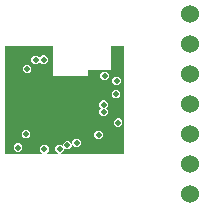
<source format=gbr>
G04 EAGLE Gerber X2 export*
%TF.Part,Single*%
%TF.FileFunction,Copper,L4,Inr,Mixed*%
%TF.FilePolarity,Positive*%
%TF.GenerationSoftware,Autodesk,EAGLE,8.6.3*%
%TF.CreationDate,2018-04-05T08:16:35Z*%
G75*
%MOMM*%
%FSLAX34Y34*%
%LPD*%
%AMOC8*
5,1,8,0,0,1.08239X$1,22.5*%
G01*
%ADD10C,1.524000*%
%ADD11C,0.508000*%

G36*
X30662Y-507D02*
X30662Y-507D01*
X30665Y-507D01*
X30760Y-487D01*
X30856Y-468D01*
X30858Y-466D01*
X30861Y-466D01*
X30942Y-410D01*
X31022Y-355D01*
X31024Y-353D01*
X31026Y-351D01*
X31079Y-268D01*
X31131Y-187D01*
X31132Y-184D01*
X31133Y-182D01*
X31150Y-86D01*
X31167Y10D01*
X31166Y13D01*
X31167Y16D01*
X31145Y110D01*
X31123Y206D01*
X31122Y208D01*
X31121Y211D01*
X31018Y359D01*
X29387Y1990D01*
X29387Y4937D01*
X31470Y7020D01*
X34417Y7020D01*
X36500Y4937D01*
X36500Y1990D01*
X34869Y359D01*
X34867Y356D01*
X34865Y355D01*
X34813Y274D01*
X34758Y192D01*
X34757Y189D01*
X34756Y187D01*
X34739Y91D01*
X34720Y-5D01*
X34721Y-8D01*
X34720Y-10D01*
X34742Y-107D01*
X34762Y-201D01*
X34763Y-203D01*
X34764Y-206D01*
X34820Y-286D01*
X34876Y-366D01*
X34878Y-367D01*
X34880Y-369D01*
X34963Y-421D01*
X35045Y-473D01*
X35048Y-474D01*
X35050Y-475D01*
X35228Y-507D01*
X43823Y-507D01*
X43825Y-507D01*
X43828Y-507D01*
X43923Y-487D01*
X44019Y-468D01*
X44021Y-466D01*
X44024Y-466D01*
X44105Y-410D01*
X44185Y-355D01*
X44186Y-353D01*
X44189Y-351D01*
X44242Y-268D01*
X44294Y-187D01*
X44295Y-184D01*
X44296Y-182D01*
X44312Y-86D01*
X44330Y10D01*
X44329Y13D01*
X44330Y16D01*
X44308Y110D01*
X44286Y206D01*
X44285Y208D01*
X44284Y211D01*
X44181Y359D01*
X42232Y2308D01*
X42232Y5254D01*
X44316Y7338D01*
X47262Y7338D01*
X47987Y6613D01*
X47989Y6611D01*
X47991Y6609D01*
X48071Y6557D01*
X48154Y6502D01*
X48157Y6501D01*
X48159Y6500D01*
X48255Y6483D01*
X48351Y6464D01*
X48353Y6465D01*
X48356Y6464D01*
X48452Y6486D01*
X48547Y6506D01*
X48549Y6507D01*
X48552Y6508D01*
X48631Y6565D01*
X48712Y6620D01*
X48713Y6622D01*
X48715Y6624D01*
X48767Y6707D01*
X48819Y6789D01*
X48820Y6792D01*
X48821Y6794D01*
X48853Y6972D01*
X48853Y8143D01*
X50936Y10226D01*
X53883Y10226D01*
X55883Y8226D01*
X55885Y8224D01*
X55887Y8222D01*
X55968Y8170D01*
X56050Y8115D01*
X56053Y8114D01*
X56055Y8113D01*
X56151Y8096D01*
X56247Y8077D01*
X56249Y8078D01*
X56252Y8077D01*
X56348Y8099D01*
X56443Y8119D01*
X56445Y8120D01*
X56448Y8121D01*
X56527Y8178D01*
X56608Y8233D01*
X56609Y8236D01*
X56611Y8237D01*
X56663Y8320D01*
X56715Y8402D01*
X56716Y8405D01*
X56717Y8407D01*
X56749Y8585D01*
X56749Y9897D01*
X58833Y11981D01*
X61779Y11981D01*
X63862Y9897D01*
X63862Y6951D01*
X61779Y4867D01*
X58833Y4867D01*
X56832Y6868D01*
X56830Y6869D01*
X56829Y6871D01*
X56748Y6924D01*
X56665Y6978D01*
X56663Y6979D01*
X56661Y6980D01*
X56565Y6998D01*
X56469Y7016D01*
X56466Y7016D01*
X56463Y7016D01*
X56367Y6995D01*
X56272Y6974D01*
X56270Y6973D01*
X56268Y6972D01*
X56188Y6916D01*
X56108Y6860D01*
X56106Y6858D01*
X56104Y6856D01*
X56053Y6774D01*
X56000Y6691D01*
X56000Y6688D01*
X55998Y6686D01*
X55966Y6509D01*
X55966Y5196D01*
X53883Y3113D01*
X50936Y3113D01*
X50212Y3838D01*
X50209Y3839D01*
X50208Y3841D01*
X50128Y3893D01*
X50045Y3948D01*
X50042Y3949D01*
X50040Y3950D01*
X49944Y3968D01*
X49848Y3986D01*
X49845Y3986D01*
X49843Y3986D01*
X49746Y3965D01*
X49652Y3944D01*
X49649Y3943D01*
X49647Y3942D01*
X49567Y3886D01*
X49487Y3830D01*
X49486Y3828D01*
X49483Y3826D01*
X49432Y3743D01*
X49379Y3661D01*
X49379Y3658D01*
X49378Y3656D01*
X49346Y3479D01*
X49346Y2308D01*
X47396Y359D01*
X47395Y356D01*
X47393Y355D01*
X47340Y274D01*
X47286Y192D01*
X47285Y189D01*
X47284Y187D01*
X47266Y91D01*
X47248Y-5D01*
X47248Y-8D01*
X47248Y-10D01*
X47269Y-107D01*
X47290Y-201D01*
X47291Y-203D01*
X47292Y-206D01*
X47348Y-286D01*
X47404Y-366D01*
X47406Y-367D01*
X47408Y-369D01*
X47490Y-421D01*
X47573Y-473D01*
X47576Y-474D01*
X47578Y-475D01*
X47755Y-507D01*
X100000Y-507D01*
X100005Y-506D01*
X100010Y-507D01*
X100103Y-486D01*
X100197Y-468D01*
X100201Y-465D01*
X100206Y-464D01*
X100284Y-408D01*
X100362Y-355D01*
X100365Y-351D01*
X100369Y-348D01*
X100420Y-266D01*
X100472Y-187D01*
X100472Y-182D01*
X100475Y-177D01*
X100507Y0D01*
X100507Y90000D01*
X100506Y90005D01*
X100507Y90010D01*
X100486Y90103D01*
X100468Y90197D01*
X100465Y90201D01*
X100464Y90206D01*
X100408Y90284D01*
X100355Y90362D01*
X100351Y90365D01*
X100348Y90369D01*
X100266Y90420D01*
X100187Y90472D01*
X100182Y90472D01*
X100177Y90475D01*
X100000Y90507D01*
X90000Y90507D01*
X89995Y90506D01*
X89990Y90507D01*
X89897Y90486D01*
X89804Y90468D01*
X89799Y90465D01*
X89794Y90464D01*
X89716Y90408D01*
X89638Y90355D01*
X89635Y90351D01*
X89631Y90348D01*
X89580Y90266D01*
X89528Y90187D01*
X89528Y90182D01*
X89525Y90177D01*
X89493Y90000D01*
X89493Y70507D01*
X70000Y70507D01*
X69995Y70506D01*
X69990Y70507D01*
X69897Y70486D01*
X69804Y70468D01*
X69799Y70465D01*
X69794Y70464D01*
X69716Y70408D01*
X69638Y70355D01*
X69635Y70351D01*
X69631Y70348D01*
X69580Y70266D01*
X69528Y70187D01*
X69528Y70182D01*
X69525Y70177D01*
X69493Y70000D01*
X69493Y65507D01*
X40507Y65507D01*
X40507Y90000D01*
X40506Y90005D01*
X40507Y90010D01*
X40486Y90103D01*
X40468Y90197D01*
X40465Y90201D01*
X40464Y90206D01*
X40408Y90284D01*
X40355Y90362D01*
X40351Y90365D01*
X40348Y90369D01*
X40266Y90420D01*
X40187Y90472D01*
X40182Y90472D01*
X40177Y90475D01*
X40000Y90507D01*
X0Y90507D01*
X-5Y90506D01*
X-10Y90507D01*
X-103Y90486D01*
X-197Y90468D01*
X-201Y90465D01*
X-206Y90464D01*
X-284Y90408D01*
X-362Y90355D01*
X-365Y90351D01*
X-369Y90348D01*
X-420Y90266D01*
X-472Y90187D01*
X-472Y90182D01*
X-475Y90177D01*
X-507Y90000D01*
X-507Y0D01*
X-506Y-5D01*
X-507Y-10D01*
X-486Y-103D01*
X-468Y-197D01*
X-465Y-201D01*
X-464Y-206D01*
X-408Y-284D01*
X-355Y-362D01*
X-351Y-365D01*
X-348Y-369D01*
X-266Y-420D01*
X-187Y-472D01*
X-182Y-472D01*
X-177Y-475D01*
X0Y-507D01*
X30660Y-507D01*
X30662Y-507D01*
G37*
%LPC*%
G36*
X23963Y75499D02*
X23963Y75499D01*
X21880Y77583D01*
X21880Y80529D01*
X23963Y82613D01*
X26910Y82613D01*
X28351Y81172D01*
X28355Y81169D01*
X28358Y81164D01*
X28439Y81113D01*
X28518Y81061D01*
X28523Y81060D01*
X28527Y81057D01*
X28621Y81041D01*
X28715Y81023D01*
X28720Y81024D01*
X28725Y81023D01*
X28818Y81045D01*
X28911Y81065D01*
X28915Y81068D01*
X28920Y81069D01*
X29068Y81172D01*
X30753Y82857D01*
X33700Y82857D01*
X35783Y80773D01*
X35783Y77827D01*
X33700Y75743D01*
X30753Y75743D01*
X29312Y77184D01*
X29308Y77187D01*
X29305Y77192D01*
X29224Y77243D01*
X29145Y77295D01*
X29140Y77296D01*
X29136Y77299D01*
X29042Y77315D01*
X28948Y77333D01*
X28943Y77332D01*
X28938Y77333D01*
X28845Y77311D01*
X28752Y77291D01*
X28748Y77288D01*
X28743Y77287D01*
X28595Y77184D01*
X26910Y75499D01*
X23963Y75499D01*
G37*
%LPD*%
%LPC*%
G36*
X81680Y31430D02*
X81680Y31430D01*
X79597Y33514D01*
X79597Y36460D01*
X80740Y37603D01*
X80743Y37607D01*
X80747Y37610D01*
X80798Y37690D01*
X80851Y37770D01*
X80852Y37775D01*
X80854Y37779D01*
X80870Y37873D01*
X80888Y37967D01*
X80887Y37972D01*
X80888Y37977D01*
X80866Y38070D01*
X80847Y38163D01*
X80844Y38167D01*
X80842Y38172D01*
X80740Y38320D01*
X79450Y39610D01*
X79450Y42556D01*
X81534Y44639D01*
X84480Y44639D01*
X86564Y42556D01*
X86564Y39610D01*
X85421Y38467D01*
X85418Y38462D01*
X85414Y38459D01*
X85363Y38379D01*
X85310Y38300D01*
X85309Y38295D01*
X85306Y38290D01*
X85290Y38196D01*
X85272Y38103D01*
X85273Y38098D01*
X85273Y38093D01*
X85294Y38000D01*
X85314Y37907D01*
X85317Y37902D01*
X85318Y37897D01*
X85421Y37749D01*
X86710Y36460D01*
X86710Y33514D01*
X84627Y31430D01*
X81680Y31430D01*
G37*
%LPD*%
%LPC*%
G36*
X82442Y61854D02*
X82442Y61854D01*
X80358Y63937D01*
X80358Y66884D01*
X82442Y68967D01*
X85388Y68967D01*
X87471Y66884D01*
X87471Y63937D01*
X85388Y61854D01*
X82442Y61854D01*
G37*
%LPD*%
%LPC*%
G36*
X92701Y57520D02*
X92701Y57520D01*
X90617Y59604D01*
X90617Y62550D01*
X92701Y64634D01*
X95647Y64634D01*
X97730Y62550D01*
X97730Y59604D01*
X95647Y57520D01*
X92701Y57520D01*
G37*
%LPD*%
%LPC*%
G36*
X92169Y46513D02*
X92169Y46513D01*
X90085Y48597D01*
X90085Y51543D01*
X92169Y53627D01*
X95115Y53627D01*
X97199Y51543D01*
X97199Y48597D01*
X95115Y46513D01*
X92169Y46513D01*
G37*
%LPD*%
%LPC*%
G36*
X16977Y67569D02*
X16977Y67569D01*
X14894Y69653D01*
X14894Y72599D01*
X16977Y74683D01*
X19924Y74683D01*
X22007Y72599D01*
X22007Y69653D01*
X19924Y67569D01*
X16977Y67569D01*
G37*
%LPD*%
%LPC*%
G36*
X94024Y22272D02*
X94024Y22272D01*
X91940Y24356D01*
X91940Y27302D01*
X94024Y29386D01*
X96970Y29386D01*
X99054Y27302D01*
X99054Y24356D01*
X96970Y22272D01*
X94024Y22272D01*
G37*
%LPD*%
%LPC*%
G36*
X15806Y12682D02*
X15806Y12682D01*
X13723Y14765D01*
X13723Y17712D01*
X15806Y19795D01*
X18753Y19795D01*
X20836Y17712D01*
X20836Y14765D01*
X18753Y12682D01*
X15806Y12682D01*
G37*
%LPD*%
%LPC*%
G36*
X77374Y11950D02*
X77374Y11950D01*
X75291Y14034D01*
X75291Y16980D01*
X77374Y19064D01*
X80321Y19064D01*
X82404Y16980D01*
X82404Y14034D01*
X80321Y11950D01*
X77374Y11950D01*
G37*
%LPD*%
%LPC*%
G36*
X9109Y1199D02*
X9109Y1199D01*
X7025Y3282D01*
X7025Y6229D01*
X9109Y8312D01*
X12055Y8312D01*
X14139Y6229D01*
X14139Y3282D01*
X12055Y1199D01*
X9109Y1199D01*
G37*
%LPD*%
D10*
X156400Y117800D03*
X156400Y92400D03*
X156400Y67000D03*
X156400Y41600D03*
X156400Y16200D03*
X156400Y-9200D03*
X156400Y-34600D03*
D11*
X83915Y65411D03*
X32227Y79300D03*
X25437Y79056D03*
X83007Y41083D03*
X93642Y50070D03*
X95497Y25829D03*
X60306Y8424D03*
X83154Y34987D03*
X4864Y67579D03*
X5024Y40546D03*
X4231Y23755D03*
X19208Y3565D03*
X60000Y60000D03*
X25264Y86123D03*
X26141Y3670D03*
X4956Y16745D03*
X39040Y3536D03*
X95157Y16494D03*
X50000Y60000D03*
X40000Y60000D03*
X40000Y50000D03*
X50000Y50000D03*
X30000Y40000D03*
X41481Y38519D03*
X95000Y85000D03*
X74525Y10758D03*
X17279Y16238D03*
X18450Y71126D03*
X32944Y3463D03*
X10582Y4756D03*
X45789Y3781D03*
X94174Y61077D03*
X78847Y15507D03*
X52410Y6669D03*
M02*

</source>
